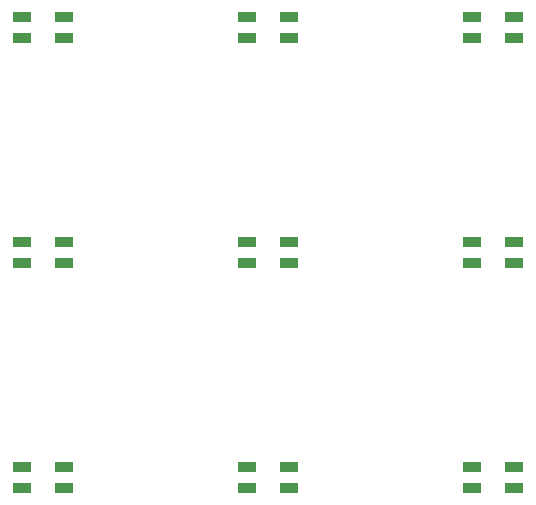
<source format=gbr>
%TF.GenerationSoftware,KiCad,Pcbnew,9.0.2*%
%TF.CreationDate,2025-06-30T15:24:12-07:00*%
%TF.ProjectId,hackpad,6861636b-7061-4642-9e6b-696361645f70,rev?*%
%TF.SameCoordinates,Original*%
%TF.FileFunction,Paste,Top*%
%TF.FilePolarity,Positive*%
%FSLAX46Y46*%
G04 Gerber Fmt 4.6, Leading zero omitted, Abs format (unit mm)*
G04 Created by KiCad (PCBNEW 9.0.2) date 2025-06-30 15:24:12*
%MOMM*%
%LPD*%
G01*
G04 APERTURE LIST*
%ADD10R,1.600000X0.850000*%
G04 APERTURE END LIST*
D10*
%TO.C,LED7*%
X112550000Y-103900000D03*
X112550000Y-105650000D03*
X116050000Y-105650000D03*
X116050000Y-103900000D03*
%TD*%
%TO.C,LED2*%
X93500000Y-142000000D03*
X93500000Y-143750000D03*
X97000000Y-143750000D03*
X97000000Y-142000000D03*
%TD*%
%TO.C,LED3*%
X74450000Y-142000000D03*
X74450000Y-143750000D03*
X77950000Y-143750000D03*
X77950000Y-142000000D03*
%TD*%
%TO.C,LED9*%
X74450000Y-103900000D03*
X74450000Y-105650000D03*
X77950000Y-105650000D03*
X77950000Y-103900000D03*
%TD*%
%TO.C,LED8*%
X93500000Y-103900000D03*
X93500000Y-105650000D03*
X97000000Y-105650000D03*
X97000000Y-103900000D03*
%TD*%
%TO.C,LED6*%
X116050000Y-124700000D03*
X116050000Y-122950000D03*
X112550000Y-122950000D03*
X112550000Y-124700000D03*
%TD*%
%TO.C,LED1*%
X112550000Y-142000000D03*
X112550000Y-143750000D03*
X116050000Y-143750000D03*
X116050000Y-142000000D03*
%TD*%
%TO.C,LED4*%
X77950000Y-124700000D03*
X77950000Y-122950000D03*
X74450000Y-122950000D03*
X74450000Y-124700000D03*
%TD*%
%TO.C,LED5*%
X97000000Y-124700000D03*
X97000000Y-122950000D03*
X93500000Y-122950000D03*
X93500000Y-124700000D03*
%TD*%
M02*

</source>
